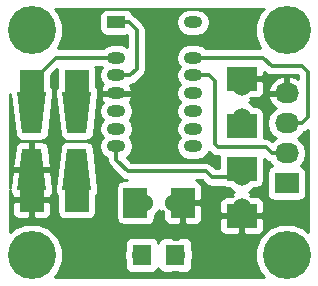
<source format=gtl>
G04 #@! TF.FileFunction,Copper,L1,Top,Signal*
%FSLAX46Y46*%
G04 Gerber Fmt 4.6, Leading zero omitted, Abs format (unit mm)*
G04 Created by KiCad (PCBNEW 4.0.6) date 10/30/18 22:54:08*
%MOMM*%
%LPD*%
G01*
G04 APERTURE LIST*
%ADD10C,0.100000*%
%ADD11R,1.540000X1.000000*%
%ADD12O,1.540000X1.000000*%
%ADD13R,2.032000X1.727200*%
%ADD14O,2.032000X1.727200*%
%ADD15R,1.998980X1.998980*%
%ADD16R,1.597660X1.800860*%
%ADD17C,1.524000*%
%ADD18C,4.064000*%
%ADD19R,2.500000X2.000000*%
%ADD20R,2.000000X2.500000*%
%ADD21C,0.304800*%
%ADD22C,0.152400*%
%ADD23C,0.254000*%
G04 APERTURE END LIST*
D10*
D11*
X139244000Y-86964000D03*
D12*
X139244000Y-89964000D03*
X139244000Y-91464000D03*
X139244000Y-92964000D03*
X139244000Y-94464000D03*
X139244000Y-95964000D03*
X139244000Y-97464000D03*
X145744000Y-97464000D03*
X145744000Y-95964000D03*
X145744000Y-94464000D03*
X145744000Y-92964000D03*
X145744000Y-91464000D03*
X145744000Y-89964000D03*
X145744000Y-86964000D03*
D13*
X153670000Y-100584000D03*
D14*
X153670000Y-98044000D03*
X153670000Y-95504000D03*
X153670000Y-92964000D03*
D10*
G36*
X130881120Y-92836940D02*
X133278880Y-92836940D01*
X132880100Y-96337060D01*
X131279900Y-96337060D01*
X130881120Y-92836940D01*
X130881120Y-92836940D01*
G37*
G36*
X133278880Y-101163060D02*
X130881120Y-101163060D01*
X131279900Y-97662940D01*
X132880100Y-97662940D01*
X133278880Y-101163060D01*
X133278880Y-101163060D01*
G37*
D15*
X132080000Y-91998740D03*
X132080000Y-102001260D03*
D10*
G36*
X134691120Y-92836940D02*
X137088880Y-92836940D01*
X136690100Y-96337060D01*
X135089900Y-96337060D01*
X134691120Y-92836940D01*
X134691120Y-92836940D01*
G37*
G36*
X137088880Y-101163060D02*
X134691120Y-101163060D01*
X135089900Y-97662940D01*
X136690100Y-97662940D01*
X137088880Y-101163060D01*
X137088880Y-101163060D01*
G37*
D15*
X135890000Y-91998740D03*
X135890000Y-102001260D03*
D16*
X141405140Y-106680000D03*
X144244860Y-106680000D03*
D17*
X144325000Y-106680000D03*
X141325000Y-106680000D03*
D18*
X153670000Y-87630000D03*
X132080000Y-87630000D03*
X132080000Y-106680000D03*
X153670000Y-106680000D03*
D19*
X149860000Y-95726000D03*
X149860000Y-91726000D03*
D17*
X149860000Y-94976000D03*
X149860000Y-92476000D03*
D19*
X149860000Y-99346000D03*
X149860000Y-103346000D03*
D17*
X149860000Y-100096000D03*
X149860000Y-102596000D03*
D20*
X140875000Y-102235000D03*
X144875000Y-102235000D03*
D17*
X141625000Y-102235000D03*
X144125000Y-102235000D03*
D21*
X139244000Y-97464000D02*
X139244000Y-98604000D01*
X147340000Y-100096000D02*
X149860000Y-100096000D01*
X146812000Y-99568000D02*
X147340000Y-100096000D01*
X140208000Y-99568000D02*
X146812000Y-99568000D01*
X139244000Y-98604000D02*
X140208000Y-99568000D01*
X149860000Y-100096000D02*
X149860000Y-99346000D01*
D22*
X149840000Y-100076000D02*
X149860000Y-100096000D01*
X149860000Y-100096000D02*
X149860000Y-99346000D01*
X139244000Y-97464000D02*
X139244000Y-97842000D01*
X149860000Y-99080000D02*
X149860000Y-98330000D01*
X132080000Y-102001260D02*
X132080000Y-99413000D01*
X135890000Y-91998740D02*
X135890000Y-94587000D01*
X135890000Y-102001260D02*
X135890000Y-99413000D01*
D21*
X153670000Y-98044000D02*
X152400000Y-98044000D01*
X147090000Y-91464000D02*
X145744000Y-91464000D01*
X147574000Y-91948000D02*
X147090000Y-91464000D01*
X147574000Y-97282000D02*
X147574000Y-91948000D01*
X147828000Y-97536000D02*
X147574000Y-97282000D01*
X151892000Y-97536000D02*
X147828000Y-97536000D01*
X152400000Y-98044000D02*
X151892000Y-97536000D01*
D22*
X153670000Y-97790000D02*
X152908000Y-97790000D01*
D21*
X145744000Y-89964000D02*
X151686000Y-89964000D01*
X154940000Y-95504000D02*
X153670000Y-95504000D01*
X155448000Y-94996000D02*
X154940000Y-95504000D01*
X155448000Y-91186000D02*
X155448000Y-94996000D01*
X154940000Y-90678000D02*
X155448000Y-91186000D01*
X152400000Y-90678000D02*
X154940000Y-90678000D01*
X151686000Y-89964000D02*
X152400000Y-90678000D01*
X139244000Y-89964000D02*
X134114740Y-89964000D01*
X134114740Y-89964000D02*
X132080000Y-91998740D01*
D22*
X132080000Y-94587000D02*
X132080000Y-91998740D01*
D21*
X139244000Y-91464000D02*
X140438000Y-91464000D01*
X140304000Y-86964000D02*
X139244000Y-86964000D01*
X140970000Y-87630000D02*
X140304000Y-86964000D01*
X140970000Y-90932000D02*
X140970000Y-87630000D01*
X140438000Y-91464000D02*
X140970000Y-90932000D01*
D22*
X139244000Y-91464000D02*
X139930000Y-91464000D01*
D23*
G36*
X151410345Y-86117293D02*
X151003464Y-87097173D01*
X151002538Y-88158172D01*
X151407709Y-89138761D01*
X151445482Y-89176600D01*
X146854226Y-89176600D01*
X146844092Y-89161434D01*
X146475872Y-88915397D01*
X146041526Y-88829000D01*
X145446474Y-88829000D01*
X145012128Y-88915397D01*
X144643908Y-89161434D01*
X144397871Y-89529654D01*
X144311474Y-89964000D01*
X144397871Y-90398346D01*
X144608784Y-90714000D01*
X144397871Y-91029654D01*
X144311474Y-91464000D01*
X144397871Y-91898346D01*
X144608784Y-92214000D01*
X144397871Y-92529654D01*
X144311474Y-92964000D01*
X144397871Y-93398346D01*
X144608784Y-93714000D01*
X144397871Y-94029654D01*
X144311474Y-94464000D01*
X144397871Y-94898346D01*
X144608784Y-95214000D01*
X144397871Y-95529654D01*
X144311474Y-95964000D01*
X144397871Y-96398346D01*
X144608784Y-96714000D01*
X144397871Y-97029654D01*
X144311474Y-97464000D01*
X144397871Y-97898346D01*
X144643908Y-98266566D01*
X145012128Y-98512603D01*
X145446474Y-98599000D01*
X146041526Y-98599000D01*
X146475872Y-98512603D01*
X146844092Y-98266566D01*
X147084788Y-97906340D01*
X147271224Y-98092776D01*
X147526675Y-98263463D01*
X147828000Y-98323400D01*
X147967137Y-98323400D01*
X147962560Y-98346000D01*
X147962560Y-99308600D01*
X147666152Y-99308600D01*
X147368776Y-99011224D01*
X147113325Y-98840537D01*
X146812000Y-98780600D01*
X140534152Y-98780600D01*
X140149884Y-98396332D01*
X140344092Y-98266566D01*
X140590129Y-97898346D01*
X140676526Y-97464000D01*
X140590129Y-97029654D01*
X140379216Y-96714000D01*
X140590129Y-96398346D01*
X140676526Y-95964000D01*
X140590129Y-95529654D01*
X140379216Y-95214000D01*
X140590129Y-94898346D01*
X140676526Y-94464000D01*
X140590129Y-94029654D01*
X140373085Y-93704825D01*
X140406368Y-93676763D01*
X140608119Y-93265874D01*
X140481954Y-93091000D01*
X139371000Y-93091000D01*
X139371000Y-93111000D01*
X139117000Y-93111000D01*
X139117000Y-93091000D01*
X138006046Y-93091000D01*
X137879881Y-93265874D01*
X138081632Y-93676763D01*
X138114915Y-93704825D01*
X137897871Y-94029654D01*
X137811474Y-94464000D01*
X137897871Y-94898346D01*
X138108784Y-95214000D01*
X137897871Y-95529654D01*
X137811474Y-95964000D01*
X137897871Y-96398346D01*
X138108784Y-96714000D01*
X137897871Y-97029654D01*
X137811474Y-97464000D01*
X137897871Y-97898346D01*
X138143908Y-98266566D01*
X138456600Y-98475500D01*
X138456600Y-98604000D01*
X138516537Y-98905325D01*
X138687224Y-99160776D01*
X139651224Y-100124776D01*
X139906675Y-100295463D01*
X140118312Y-100337560D01*
X139875000Y-100337560D01*
X139639683Y-100381838D01*
X139423559Y-100520910D01*
X139278569Y-100733110D01*
X139227560Y-100985000D01*
X139227560Y-103485000D01*
X139271838Y-103720317D01*
X139410910Y-103936441D01*
X139623110Y-104081431D01*
X139875000Y-104132440D01*
X141875000Y-104132440D01*
X142110317Y-104088162D01*
X142326441Y-103949090D01*
X142471431Y-103736890D01*
X142522440Y-103485000D01*
X142522440Y-103313060D01*
X142808629Y-103027370D01*
X142868370Y-102883497D01*
X142902603Y-102966143D01*
X143144787Y-103035608D01*
X143240000Y-102940395D01*
X143240000Y-103611310D01*
X143336673Y-103844699D01*
X143515302Y-104023327D01*
X143748691Y-104120000D01*
X144589250Y-104120000D01*
X144748000Y-103961250D01*
X144748000Y-103502191D01*
X144856143Y-103457397D01*
X144925607Y-103215215D01*
X145002000Y-103291608D01*
X145002000Y-103961250D01*
X145160750Y-104120000D01*
X146001309Y-104120000D01*
X146234698Y-104023327D01*
X146413327Y-103844699D01*
X146510000Y-103611310D01*
X146510000Y-102520750D01*
X146351250Y-102362000D01*
X145530105Y-102362000D01*
X145517392Y-102108000D01*
X146351250Y-102108000D01*
X146510000Y-101949250D01*
X146510000Y-100858690D01*
X146413327Y-100625301D01*
X146234698Y-100446673D01*
X146014346Y-100355400D01*
X146485848Y-100355400D01*
X146783224Y-100652776D01*
X147038675Y-100823463D01*
X147340000Y-100883400D01*
X148271715Y-100883400D01*
X148358110Y-100942431D01*
X148610000Y-100993440D01*
X148781940Y-100993440D01*
X149067630Y-101279629D01*
X149211503Y-101339370D01*
X149128857Y-101373603D01*
X149059392Y-101615787D01*
X149154605Y-101711000D01*
X148483690Y-101711000D01*
X148250301Y-101807673D01*
X148071673Y-101986302D01*
X147975000Y-102219691D01*
X147975000Y-103060250D01*
X148133750Y-103219000D01*
X148592809Y-103219000D01*
X148637603Y-103327143D01*
X148879785Y-103396607D01*
X148803392Y-103473000D01*
X148133750Y-103473000D01*
X147975000Y-103631750D01*
X147975000Y-104472309D01*
X148071673Y-104705698D01*
X148250301Y-104884327D01*
X148483690Y-104981000D01*
X149574250Y-104981000D01*
X149733000Y-104822250D01*
X149733000Y-104001105D01*
X149987000Y-103988392D01*
X149987000Y-104822250D01*
X150145750Y-104981000D01*
X151236310Y-104981000D01*
X151469699Y-104884327D01*
X151648327Y-104705698D01*
X151745000Y-104472309D01*
X151745000Y-103631750D01*
X151586250Y-103473000D01*
X150916608Y-103473000D01*
X150840215Y-103396607D01*
X151082397Y-103327143D01*
X151120979Y-103219000D01*
X151586250Y-103219000D01*
X151745000Y-103060250D01*
X151745000Y-102219691D01*
X151648327Y-101986302D01*
X151469699Y-101807673D01*
X151236310Y-101711000D01*
X150565395Y-101711000D01*
X150660608Y-101615787D01*
X150591143Y-101373603D01*
X150502633Y-101342026D01*
X150650303Y-101281010D01*
X150938375Y-100993440D01*
X151110000Y-100993440D01*
X151345317Y-100949162D01*
X151561441Y-100810090D01*
X151706431Y-100597890D01*
X151757440Y-100346000D01*
X151757440Y-98514992D01*
X151843224Y-98600776D01*
X152098675Y-98771463D01*
X152219696Y-98795535D01*
X152425585Y-99103670D01*
X152439913Y-99113243D01*
X152418683Y-99117238D01*
X152202559Y-99256310D01*
X152057569Y-99468510D01*
X152006560Y-99720400D01*
X152006560Y-101447600D01*
X152050838Y-101682917D01*
X152189910Y-101899041D01*
X152402110Y-102044031D01*
X152654000Y-102095040D01*
X154686000Y-102095040D01*
X154921317Y-102050762D01*
X155137441Y-101911690D01*
X155282431Y-101699490D01*
X155333440Y-101447600D01*
X155333440Y-99720400D01*
X155289162Y-99485083D01*
X155150090Y-99268959D01*
X154937890Y-99123969D01*
X154896561Y-99115600D01*
X154914415Y-99103670D01*
X155239271Y-98617489D01*
X155353345Y-98044000D01*
X155239271Y-97470511D01*
X154914415Y-96984330D01*
X154599634Y-96774000D01*
X154914415Y-96563670D01*
X155120304Y-96255535D01*
X155241325Y-96231463D01*
X155496776Y-96060776D01*
X155500000Y-96057552D01*
X155500000Y-104738193D01*
X155182707Y-104420345D01*
X154202827Y-104013464D01*
X153141828Y-104012538D01*
X152161239Y-104417709D01*
X151410345Y-105167293D01*
X151003464Y-106147173D01*
X151002538Y-107208172D01*
X151407709Y-108188761D01*
X151728388Y-108510000D01*
X134021807Y-108510000D01*
X134339655Y-108192707D01*
X134746536Y-107212827D01*
X134746759Y-106956661D01*
X139927758Y-106956661D01*
X139958870Y-107031958D01*
X139958870Y-107580430D01*
X140003148Y-107815747D01*
X140142220Y-108031871D01*
X140354420Y-108176861D01*
X140606310Y-108227870D01*
X142203970Y-108227870D01*
X142439287Y-108183592D01*
X142655411Y-108044520D01*
X142800401Y-107832320D01*
X142820971Y-107730741D01*
X142907703Y-107940129D01*
X143086332Y-108118757D01*
X143319721Y-108215430D01*
X143959110Y-108215430D01*
X144093786Y-108080754D01*
X144117302Y-108089144D01*
X144390643Y-108075463D01*
X144530610Y-108215430D01*
X145169999Y-108215430D01*
X145403388Y-108118757D01*
X145582017Y-107940129D01*
X145678690Y-107706740D01*
X145678690Y-107043134D01*
X145734144Y-106887698D01*
X145706362Y-106332632D01*
X145678690Y-106265826D01*
X145678690Y-105653260D01*
X145582017Y-105419871D01*
X145403388Y-105241243D01*
X145169999Y-105144570D01*
X144530610Y-105144570D01*
X144397560Y-105277620D01*
X144106717Y-105292177D01*
X143959110Y-105144570D01*
X143319721Y-105144570D01*
X143086332Y-105241243D01*
X142907703Y-105419871D01*
X142822454Y-105625681D01*
X142807132Y-105544253D01*
X142668060Y-105328129D01*
X142455860Y-105183139D01*
X142203970Y-105132130D01*
X140606310Y-105132130D01*
X140370993Y-105176408D01*
X140154869Y-105315480D01*
X140009879Y-105527680D01*
X139958870Y-105779570D01*
X139958870Y-106327142D01*
X139928243Y-106400900D01*
X139927758Y-106956661D01*
X134746759Y-106956661D01*
X134747462Y-106151828D01*
X134342291Y-105171239D01*
X133592707Y-104420345D01*
X132612827Y-104013464D01*
X131551828Y-104012538D01*
X130571239Y-104417709D01*
X130250000Y-104738388D01*
X130250000Y-102287010D01*
X130445510Y-102287010D01*
X130445510Y-103127059D01*
X130542183Y-103360448D01*
X130720811Y-103539077D01*
X130954200Y-103635750D01*
X131794250Y-103635750D01*
X131953000Y-103477000D01*
X131953000Y-102128260D01*
X132207000Y-102128260D01*
X132207000Y-103477000D01*
X132365750Y-103635750D01*
X133205800Y-103635750D01*
X133439189Y-103539077D01*
X133617817Y-103360448D01*
X133714490Y-103127059D01*
X133714490Y-102287010D01*
X133555740Y-102128260D01*
X132207000Y-102128260D01*
X131953000Y-102128260D01*
X130604260Y-102128260D01*
X130445510Y-102287010D01*
X130250000Y-102287010D01*
X130250000Y-101183299D01*
X130277958Y-101398377D01*
X130417030Y-101614501D01*
X130445510Y-101633961D01*
X130445510Y-101715510D01*
X130604260Y-101874260D01*
X131953000Y-101874260D01*
X131953000Y-99540000D01*
X132207000Y-99540000D01*
X132207000Y-101874260D01*
X133555740Y-101874260D01*
X133714490Y-101715510D01*
X133714490Y-101626570D01*
X133779955Y-101573063D01*
X133899991Y-101345815D01*
X133922158Y-101089769D01*
X134047842Y-101089769D01*
X134087958Y-101398377D01*
X134227030Y-101614501D01*
X134243070Y-101625461D01*
X134243070Y-103000750D01*
X134287348Y-103236067D01*
X134426420Y-103452191D01*
X134638620Y-103597181D01*
X134890510Y-103648190D01*
X136889490Y-103648190D01*
X137124807Y-103603912D01*
X137340931Y-103464840D01*
X137485921Y-103252640D01*
X137536930Y-103000750D01*
X137536930Y-101616402D01*
X137589955Y-101573063D01*
X137709991Y-101345815D01*
X137732158Y-101089769D01*
X137333378Y-97589649D01*
X137293262Y-97427623D01*
X137154190Y-97211499D01*
X136941990Y-97066509D01*
X136690100Y-97015500D01*
X135089900Y-97015500D01*
X134924374Y-97037017D01*
X134693896Y-97150730D01*
X134525817Y-97345152D01*
X134446622Y-97589649D01*
X134047842Y-101089769D01*
X133922158Y-101089769D01*
X133745588Y-99540000D01*
X132207000Y-99540000D01*
X131953000Y-99540000D01*
X130414412Y-99540000D01*
X130250000Y-100983057D01*
X130250000Y-99286000D01*
X130443351Y-99286000D01*
X131953000Y-99286000D01*
X131953000Y-97015500D01*
X132207000Y-97015500D01*
X132207000Y-99286000D01*
X133716649Y-99286000D01*
X133523378Y-97589649D01*
X133483262Y-97427623D01*
X133344190Y-97211499D01*
X133131990Y-97066509D01*
X132880100Y-97015500D01*
X132207000Y-97015500D01*
X131953000Y-97015500D01*
X131279900Y-97015500D01*
X131114374Y-97037017D01*
X130883896Y-97150730D01*
X130715817Y-97345152D01*
X130636622Y-97589649D01*
X130443351Y-99286000D01*
X130250000Y-99286000D01*
X130250000Y-93016943D01*
X130636622Y-96410351D01*
X130676738Y-96572377D01*
X130815810Y-96788501D01*
X131028010Y-96933491D01*
X131279900Y-96984500D01*
X132880100Y-96984500D01*
X133045626Y-96962983D01*
X133276104Y-96849270D01*
X133444183Y-96654848D01*
X133523378Y-96410351D01*
X133922158Y-92910231D01*
X133882042Y-92601623D01*
X133742970Y-92385499D01*
X133726930Y-92374539D01*
X133726930Y-91465362D01*
X134255773Y-90936519D01*
X134243070Y-90999250D01*
X134243070Y-92383598D01*
X134190045Y-92426937D01*
X134070009Y-92654185D01*
X134047842Y-92910231D01*
X134446622Y-96410351D01*
X134486738Y-96572377D01*
X134625810Y-96788501D01*
X134838010Y-96933491D01*
X135089900Y-96984500D01*
X136690100Y-96984500D01*
X136855626Y-96962983D01*
X137086104Y-96849270D01*
X137254183Y-96654848D01*
X137333378Y-96410351D01*
X137732158Y-92910231D01*
X137692042Y-92601623D01*
X137552970Y-92385499D01*
X137536930Y-92374539D01*
X137536930Y-90999250D01*
X137492652Y-90763933D01*
X137484587Y-90751400D01*
X138083795Y-90751400D01*
X137897871Y-91029654D01*
X137811474Y-91464000D01*
X137897871Y-91898346D01*
X138114915Y-92223175D01*
X138081632Y-92251237D01*
X137879881Y-92662126D01*
X138006046Y-92837000D01*
X139117000Y-92837000D01*
X139117000Y-92817000D01*
X139371000Y-92817000D01*
X139371000Y-92837000D01*
X140481954Y-92837000D01*
X140608119Y-92662126D01*
X140406448Y-92251400D01*
X140438000Y-92251400D01*
X140739325Y-92191463D01*
X140994776Y-92020776D01*
X141526776Y-91488776D01*
X141697463Y-91233325D01*
X141757400Y-90932000D01*
X141757400Y-87630000D01*
X141697463Y-87328675D01*
X141526776Y-87073224D01*
X141417552Y-86964000D01*
X144311474Y-86964000D01*
X144397871Y-87398346D01*
X144643908Y-87766566D01*
X145012128Y-88012603D01*
X145446474Y-88099000D01*
X146041526Y-88099000D01*
X146475872Y-88012603D01*
X146844092Y-87766566D01*
X147090129Y-87398346D01*
X147176526Y-86964000D01*
X147090129Y-86529654D01*
X146844092Y-86161434D01*
X146475872Y-85915397D01*
X146041526Y-85829000D01*
X145446474Y-85829000D01*
X145012128Y-85915397D01*
X144643908Y-86161434D01*
X144397871Y-86529654D01*
X144311474Y-86964000D01*
X141417552Y-86964000D01*
X140860776Y-86407224D01*
X140620555Y-86246713D01*
X140617162Y-86228683D01*
X140478090Y-86012559D01*
X140265890Y-85867569D01*
X140014000Y-85816560D01*
X138474000Y-85816560D01*
X138238683Y-85860838D01*
X138022559Y-85999910D01*
X137877569Y-86212110D01*
X137826560Y-86464000D01*
X137826560Y-87464000D01*
X137870838Y-87699317D01*
X138009910Y-87915441D01*
X138222110Y-88060431D01*
X138474000Y-88111440D01*
X140014000Y-88111440D01*
X140182600Y-88079716D01*
X140182600Y-89053528D01*
X139975872Y-88915397D01*
X139541526Y-88829000D01*
X138946474Y-88829000D01*
X138512128Y-88915397D01*
X138143908Y-89161434D01*
X138133774Y-89176600D01*
X134305703Y-89176600D01*
X134339655Y-89142707D01*
X134746536Y-88162827D01*
X134747462Y-87101828D01*
X134342291Y-86121239D01*
X134021612Y-85800000D01*
X151728193Y-85800000D01*
X151410345Y-86117293D01*
X151410345Y-86117293D01*
G37*
X151410345Y-86117293D02*
X151003464Y-87097173D01*
X151002538Y-88158172D01*
X151407709Y-89138761D01*
X151445482Y-89176600D01*
X146854226Y-89176600D01*
X146844092Y-89161434D01*
X146475872Y-88915397D01*
X146041526Y-88829000D01*
X145446474Y-88829000D01*
X145012128Y-88915397D01*
X144643908Y-89161434D01*
X144397871Y-89529654D01*
X144311474Y-89964000D01*
X144397871Y-90398346D01*
X144608784Y-90714000D01*
X144397871Y-91029654D01*
X144311474Y-91464000D01*
X144397871Y-91898346D01*
X144608784Y-92214000D01*
X144397871Y-92529654D01*
X144311474Y-92964000D01*
X144397871Y-93398346D01*
X144608784Y-93714000D01*
X144397871Y-94029654D01*
X144311474Y-94464000D01*
X144397871Y-94898346D01*
X144608784Y-95214000D01*
X144397871Y-95529654D01*
X144311474Y-95964000D01*
X144397871Y-96398346D01*
X144608784Y-96714000D01*
X144397871Y-97029654D01*
X144311474Y-97464000D01*
X144397871Y-97898346D01*
X144643908Y-98266566D01*
X145012128Y-98512603D01*
X145446474Y-98599000D01*
X146041526Y-98599000D01*
X146475872Y-98512603D01*
X146844092Y-98266566D01*
X147084788Y-97906340D01*
X147271224Y-98092776D01*
X147526675Y-98263463D01*
X147828000Y-98323400D01*
X147967137Y-98323400D01*
X147962560Y-98346000D01*
X147962560Y-99308600D01*
X147666152Y-99308600D01*
X147368776Y-99011224D01*
X147113325Y-98840537D01*
X146812000Y-98780600D01*
X140534152Y-98780600D01*
X140149884Y-98396332D01*
X140344092Y-98266566D01*
X140590129Y-97898346D01*
X140676526Y-97464000D01*
X140590129Y-97029654D01*
X140379216Y-96714000D01*
X140590129Y-96398346D01*
X140676526Y-95964000D01*
X140590129Y-95529654D01*
X140379216Y-95214000D01*
X140590129Y-94898346D01*
X140676526Y-94464000D01*
X140590129Y-94029654D01*
X140373085Y-93704825D01*
X140406368Y-93676763D01*
X140608119Y-93265874D01*
X140481954Y-93091000D01*
X139371000Y-93091000D01*
X139371000Y-93111000D01*
X139117000Y-93111000D01*
X139117000Y-93091000D01*
X138006046Y-93091000D01*
X137879881Y-93265874D01*
X138081632Y-93676763D01*
X138114915Y-93704825D01*
X137897871Y-94029654D01*
X137811474Y-94464000D01*
X137897871Y-94898346D01*
X138108784Y-95214000D01*
X137897871Y-95529654D01*
X137811474Y-95964000D01*
X137897871Y-96398346D01*
X138108784Y-96714000D01*
X137897871Y-97029654D01*
X137811474Y-97464000D01*
X137897871Y-97898346D01*
X138143908Y-98266566D01*
X138456600Y-98475500D01*
X138456600Y-98604000D01*
X138516537Y-98905325D01*
X138687224Y-99160776D01*
X139651224Y-100124776D01*
X139906675Y-100295463D01*
X140118312Y-100337560D01*
X139875000Y-100337560D01*
X139639683Y-100381838D01*
X139423559Y-100520910D01*
X139278569Y-100733110D01*
X139227560Y-100985000D01*
X139227560Y-103485000D01*
X139271838Y-103720317D01*
X139410910Y-103936441D01*
X139623110Y-104081431D01*
X139875000Y-104132440D01*
X141875000Y-104132440D01*
X142110317Y-104088162D01*
X142326441Y-103949090D01*
X142471431Y-103736890D01*
X142522440Y-103485000D01*
X142522440Y-103313060D01*
X142808629Y-103027370D01*
X142868370Y-102883497D01*
X142902603Y-102966143D01*
X143144787Y-103035608D01*
X143240000Y-102940395D01*
X143240000Y-103611310D01*
X143336673Y-103844699D01*
X143515302Y-104023327D01*
X143748691Y-104120000D01*
X144589250Y-104120000D01*
X144748000Y-103961250D01*
X144748000Y-103502191D01*
X144856143Y-103457397D01*
X144925607Y-103215215D01*
X145002000Y-103291608D01*
X145002000Y-103961250D01*
X145160750Y-104120000D01*
X146001309Y-104120000D01*
X146234698Y-104023327D01*
X146413327Y-103844699D01*
X146510000Y-103611310D01*
X146510000Y-102520750D01*
X146351250Y-102362000D01*
X145530105Y-102362000D01*
X145517392Y-102108000D01*
X146351250Y-102108000D01*
X146510000Y-101949250D01*
X146510000Y-100858690D01*
X146413327Y-100625301D01*
X146234698Y-100446673D01*
X146014346Y-100355400D01*
X146485848Y-100355400D01*
X146783224Y-100652776D01*
X147038675Y-100823463D01*
X147340000Y-100883400D01*
X148271715Y-100883400D01*
X148358110Y-100942431D01*
X148610000Y-100993440D01*
X148781940Y-100993440D01*
X149067630Y-101279629D01*
X149211503Y-101339370D01*
X149128857Y-101373603D01*
X149059392Y-101615787D01*
X149154605Y-101711000D01*
X148483690Y-101711000D01*
X148250301Y-101807673D01*
X148071673Y-101986302D01*
X147975000Y-102219691D01*
X147975000Y-103060250D01*
X148133750Y-103219000D01*
X148592809Y-103219000D01*
X148637603Y-103327143D01*
X148879785Y-103396607D01*
X148803392Y-103473000D01*
X148133750Y-103473000D01*
X147975000Y-103631750D01*
X147975000Y-104472309D01*
X148071673Y-104705698D01*
X148250301Y-104884327D01*
X148483690Y-104981000D01*
X149574250Y-104981000D01*
X149733000Y-104822250D01*
X149733000Y-104001105D01*
X149987000Y-103988392D01*
X149987000Y-104822250D01*
X150145750Y-104981000D01*
X151236310Y-104981000D01*
X151469699Y-104884327D01*
X151648327Y-104705698D01*
X151745000Y-104472309D01*
X151745000Y-103631750D01*
X151586250Y-103473000D01*
X150916608Y-103473000D01*
X150840215Y-103396607D01*
X151082397Y-103327143D01*
X151120979Y-103219000D01*
X151586250Y-103219000D01*
X151745000Y-103060250D01*
X151745000Y-102219691D01*
X151648327Y-101986302D01*
X151469699Y-101807673D01*
X151236310Y-101711000D01*
X150565395Y-101711000D01*
X150660608Y-101615787D01*
X150591143Y-101373603D01*
X150502633Y-101342026D01*
X150650303Y-101281010D01*
X150938375Y-100993440D01*
X151110000Y-100993440D01*
X151345317Y-100949162D01*
X151561441Y-100810090D01*
X151706431Y-100597890D01*
X151757440Y-100346000D01*
X151757440Y-98514992D01*
X151843224Y-98600776D01*
X152098675Y-98771463D01*
X152219696Y-98795535D01*
X152425585Y-99103670D01*
X152439913Y-99113243D01*
X152418683Y-99117238D01*
X152202559Y-99256310D01*
X152057569Y-99468510D01*
X152006560Y-99720400D01*
X152006560Y-101447600D01*
X152050838Y-101682917D01*
X152189910Y-101899041D01*
X152402110Y-102044031D01*
X152654000Y-102095040D01*
X154686000Y-102095040D01*
X154921317Y-102050762D01*
X155137441Y-101911690D01*
X155282431Y-101699490D01*
X155333440Y-101447600D01*
X155333440Y-99720400D01*
X155289162Y-99485083D01*
X155150090Y-99268959D01*
X154937890Y-99123969D01*
X154896561Y-99115600D01*
X154914415Y-99103670D01*
X155239271Y-98617489D01*
X155353345Y-98044000D01*
X155239271Y-97470511D01*
X154914415Y-96984330D01*
X154599634Y-96774000D01*
X154914415Y-96563670D01*
X155120304Y-96255535D01*
X155241325Y-96231463D01*
X155496776Y-96060776D01*
X155500000Y-96057552D01*
X155500000Y-104738193D01*
X155182707Y-104420345D01*
X154202827Y-104013464D01*
X153141828Y-104012538D01*
X152161239Y-104417709D01*
X151410345Y-105167293D01*
X151003464Y-106147173D01*
X151002538Y-107208172D01*
X151407709Y-108188761D01*
X151728388Y-108510000D01*
X134021807Y-108510000D01*
X134339655Y-108192707D01*
X134746536Y-107212827D01*
X134746759Y-106956661D01*
X139927758Y-106956661D01*
X139958870Y-107031958D01*
X139958870Y-107580430D01*
X140003148Y-107815747D01*
X140142220Y-108031871D01*
X140354420Y-108176861D01*
X140606310Y-108227870D01*
X142203970Y-108227870D01*
X142439287Y-108183592D01*
X142655411Y-108044520D01*
X142800401Y-107832320D01*
X142820971Y-107730741D01*
X142907703Y-107940129D01*
X143086332Y-108118757D01*
X143319721Y-108215430D01*
X143959110Y-108215430D01*
X144093786Y-108080754D01*
X144117302Y-108089144D01*
X144390643Y-108075463D01*
X144530610Y-108215430D01*
X145169999Y-108215430D01*
X145403388Y-108118757D01*
X145582017Y-107940129D01*
X145678690Y-107706740D01*
X145678690Y-107043134D01*
X145734144Y-106887698D01*
X145706362Y-106332632D01*
X145678690Y-106265826D01*
X145678690Y-105653260D01*
X145582017Y-105419871D01*
X145403388Y-105241243D01*
X145169999Y-105144570D01*
X144530610Y-105144570D01*
X144397560Y-105277620D01*
X144106717Y-105292177D01*
X143959110Y-105144570D01*
X143319721Y-105144570D01*
X143086332Y-105241243D01*
X142907703Y-105419871D01*
X142822454Y-105625681D01*
X142807132Y-105544253D01*
X142668060Y-105328129D01*
X142455860Y-105183139D01*
X142203970Y-105132130D01*
X140606310Y-105132130D01*
X140370993Y-105176408D01*
X140154869Y-105315480D01*
X140009879Y-105527680D01*
X139958870Y-105779570D01*
X139958870Y-106327142D01*
X139928243Y-106400900D01*
X139927758Y-106956661D01*
X134746759Y-106956661D01*
X134747462Y-106151828D01*
X134342291Y-105171239D01*
X133592707Y-104420345D01*
X132612827Y-104013464D01*
X131551828Y-104012538D01*
X130571239Y-104417709D01*
X130250000Y-104738388D01*
X130250000Y-102287010D01*
X130445510Y-102287010D01*
X130445510Y-103127059D01*
X130542183Y-103360448D01*
X130720811Y-103539077D01*
X130954200Y-103635750D01*
X131794250Y-103635750D01*
X131953000Y-103477000D01*
X131953000Y-102128260D01*
X132207000Y-102128260D01*
X132207000Y-103477000D01*
X132365750Y-103635750D01*
X133205800Y-103635750D01*
X133439189Y-103539077D01*
X133617817Y-103360448D01*
X133714490Y-103127059D01*
X133714490Y-102287010D01*
X133555740Y-102128260D01*
X132207000Y-102128260D01*
X131953000Y-102128260D01*
X130604260Y-102128260D01*
X130445510Y-102287010D01*
X130250000Y-102287010D01*
X130250000Y-101183299D01*
X130277958Y-101398377D01*
X130417030Y-101614501D01*
X130445510Y-101633961D01*
X130445510Y-101715510D01*
X130604260Y-101874260D01*
X131953000Y-101874260D01*
X131953000Y-99540000D01*
X132207000Y-99540000D01*
X132207000Y-101874260D01*
X133555740Y-101874260D01*
X133714490Y-101715510D01*
X133714490Y-101626570D01*
X133779955Y-101573063D01*
X133899991Y-101345815D01*
X133922158Y-101089769D01*
X134047842Y-101089769D01*
X134087958Y-101398377D01*
X134227030Y-101614501D01*
X134243070Y-101625461D01*
X134243070Y-103000750D01*
X134287348Y-103236067D01*
X134426420Y-103452191D01*
X134638620Y-103597181D01*
X134890510Y-103648190D01*
X136889490Y-103648190D01*
X137124807Y-103603912D01*
X137340931Y-103464840D01*
X137485921Y-103252640D01*
X137536930Y-103000750D01*
X137536930Y-101616402D01*
X137589955Y-101573063D01*
X137709991Y-101345815D01*
X137732158Y-101089769D01*
X137333378Y-97589649D01*
X137293262Y-97427623D01*
X137154190Y-97211499D01*
X136941990Y-97066509D01*
X136690100Y-97015500D01*
X135089900Y-97015500D01*
X134924374Y-97037017D01*
X134693896Y-97150730D01*
X134525817Y-97345152D01*
X134446622Y-97589649D01*
X134047842Y-101089769D01*
X133922158Y-101089769D01*
X133745588Y-99540000D01*
X132207000Y-99540000D01*
X131953000Y-99540000D01*
X130414412Y-99540000D01*
X130250000Y-100983057D01*
X130250000Y-99286000D01*
X130443351Y-99286000D01*
X131953000Y-99286000D01*
X131953000Y-97015500D01*
X132207000Y-97015500D01*
X132207000Y-99286000D01*
X133716649Y-99286000D01*
X133523378Y-97589649D01*
X133483262Y-97427623D01*
X133344190Y-97211499D01*
X133131990Y-97066509D01*
X132880100Y-97015500D01*
X132207000Y-97015500D01*
X131953000Y-97015500D01*
X131279900Y-97015500D01*
X131114374Y-97037017D01*
X130883896Y-97150730D01*
X130715817Y-97345152D01*
X130636622Y-97589649D01*
X130443351Y-99286000D01*
X130250000Y-99286000D01*
X130250000Y-93016943D01*
X130636622Y-96410351D01*
X130676738Y-96572377D01*
X130815810Y-96788501D01*
X131028010Y-96933491D01*
X131279900Y-96984500D01*
X132880100Y-96984500D01*
X133045626Y-96962983D01*
X133276104Y-96849270D01*
X133444183Y-96654848D01*
X133523378Y-96410351D01*
X133922158Y-92910231D01*
X133882042Y-92601623D01*
X133742970Y-92385499D01*
X133726930Y-92374539D01*
X133726930Y-91465362D01*
X134255773Y-90936519D01*
X134243070Y-90999250D01*
X134243070Y-92383598D01*
X134190045Y-92426937D01*
X134070009Y-92654185D01*
X134047842Y-92910231D01*
X134446622Y-96410351D01*
X134486738Y-96572377D01*
X134625810Y-96788501D01*
X134838010Y-96933491D01*
X135089900Y-96984500D01*
X136690100Y-96984500D01*
X136855626Y-96962983D01*
X137086104Y-96849270D01*
X137254183Y-96654848D01*
X137333378Y-96410351D01*
X137732158Y-92910231D01*
X137692042Y-92601623D01*
X137552970Y-92385499D01*
X137536930Y-92374539D01*
X137536930Y-90999250D01*
X137492652Y-90763933D01*
X137484587Y-90751400D01*
X138083795Y-90751400D01*
X137897871Y-91029654D01*
X137811474Y-91464000D01*
X137897871Y-91898346D01*
X138114915Y-92223175D01*
X138081632Y-92251237D01*
X137879881Y-92662126D01*
X138006046Y-92837000D01*
X139117000Y-92837000D01*
X139117000Y-92817000D01*
X139371000Y-92817000D01*
X139371000Y-92837000D01*
X140481954Y-92837000D01*
X140608119Y-92662126D01*
X140406448Y-92251400D01*
X140438000Y-92251400D01*
X140739325Y-92191463D01*
X140994776Y-92020776D01*
X141526776Y-91488776D01*
X141697463Y-91233325D01*
X141757400Y-90932000D01*
X141757400Y-87630000D01*
X141697463Y-87328675D01*
X141526776Y-87073224D01*
X141417552Y-86964000D01*
X144311474Y-86964000D01*
X144397871Y-87398346D01*
X144643908Y-87766566D01*
X145012128Y-88012603D01*
X145446474Y-88099000D01*
X146041526Y-88099000D01*
X146475872Y-88012603D01*
X146844092Y-87766566D01*
X147090129Y-87398346D01*
X147176526Y-86964000D01*
X147090129Y-86529654D01*
X146844092Y-86161434D01*
X146475872Y-85915397D01*
X146041526Y-85829000D01*
X145446474Y-85829000D01*
X145012128Y-85915397D01*
X144643908Y-86161434D01*
X144397871Y-86529654D01*
X144311474Y-86964000D01*
X141417552Y-86964000D01*
X140860776Y-86407224D01*
X140620555Y-86246713D01*
X140617162Y-86228683D01*
X140478090Y-86012559D01*
X140265890Y-85867569D01*
X140014000Y-85816560D01*
X138474000Y-85816560D01*
X138238683Y-85860838D01*
X138022559Y-85999910D01*
X137877569Y-86212110D01*
X137826560Y-86464000D01*
X137826560Y-87464000D01*
X137870838Y-87699317D01*
X138009910Y-87915441D01*
X138222110Y-88060431D01*
X138474000Y-88111440D01*
X140014000Y-88111440D01*
X140182600Y-88079716D01*
X140182600Y-89053528D01*
X139975872Y-88915397D01*
X139541526Y-88829000D01*
X138946474Y-88829000D01*
X138512128Y-88915397D01*
X138143908Y-89161434D01*
X138133774Y-89176600D01*
X134305703Y-89176600D01*
X134339655Y-89142707D01*
X134746536Y-88162827D01*
X134747462Y-87101828D01*
X134342291Y-86121239D01*
X134021612Y-85800000D01*
X151728193Y-85800000D01*
X151410345Y-86117293D01*
G36*
X144371860Y-106518970D02*
X144371860Y-106553000D01*
X144391860Y-106553000D01*
X144391860Y-106807000D01*
X144371860Y-106807000D01*
X144371860Y-106841030D01*
X144339143Y-106873748D01*
X144325000Y-106859605D01*
X144310858Y-106873748D01*
X144131253Y-106694143D01*
X144145395Y-106680000D01*
X144131253Y-106665858D01*
X144310858Y-106486253D01*
X144325000Y-106500395D01*
X144339143Y-106486253D01*
X144371860Y-106518970D01*
X144371860Y-106518970D01*
G37*
X144371860Y-106518970D02*
X144371860Y-106553000D01*
X144391860Y-106553000D01*
X144391860Y-106807000D01*
X144371860Y-106807000D01*
X144371860Y-106841030D01*
X144339143Y-106873748D01*
X144325000Y-106859605D01*
X144310858Y-106873748D01*
X144131253Y-106694143D01*
X144145395Y-106680000D01*
X144131253Y-106665858D01*
X144310858Y-106486253D01*
X144325000Y-106500395D01*
X144339143Y-106486253D01*
X144371860Y-106518970D01*
G36*
X151843224Y-91234776D02*
X152098675Y-91405463D01*
X152400000Y-91465400D01*
X154613848Y-91465400D01*
X154660600Y-91512152D01*
X154660600Y-91740199D01*
X154584320Y-91672046D01*
X154031913Y-91478816D01*
X153797000Y-91623076D01*
X153797000Y-92837000D01*
X153817000Y-92837000D01*
X153817000Y-93091000D01*
X153797000Y-93091000D01*
X153797000Y-93111000D01*
X153543000Y-93111000D01*
X153543000Y-93091000D01*
X152183783Y-93091000D01*
X152062642Y-93323026D01*
X152065291Y-93338791D01*
X152319268Y-93866036D01*
X152735069Y-94237539D01*
X152425585Y-94444330D01*
X152100729Y-94930511D01*
X151986655Y-95504000D01*
X152100729Y-96077489D01*
X152425585Y-96563670D01*
X152740366Y-96774000D01*
X152441001Y-96974029D01*
X152193325Y-96808537D01*
X151892000Y-96748600D01*
X151752863Y-96748600D01*
X151757440Y-96726000D01*
X151757440Y-94726000D01*
X151713162Y-94490683D01*
X151574090Y-94274559D01*
X151361890Y-94129569D01*
X151110000Y-94078560D01*
X150938060Y-94078560D01*
X150652370Y-93792371D01*
X150508497Y-93732630D01*
X150591143Y-93698397D01*
X150660608Y-93456213D01*
X150565395Y-93361000D01*
X151236310Y-93361000D01*
X151469699Y-93264327D01*
X151648327Y-93085698D01*
X151745000Y-92852309D01*
X151745000Y-92604974D01*
X152062642Y-92604974D01*
X152183783Y-92837000D01*
X153543000Y-92837000D01*
X153543000Y-91623076D01*
X153308087Y-91478816D01*
X152755680Y-91672046D01*
X152319268Y-92061964D01*
X152065291Y-92589209D01*
X152062642Y-92604974D01*
X151745000Y-92604974D01*
X151745000Y-92011750D01*
X151586250Y-91853000D01*
X151127191Y-91853000D01*
X151082397Y-91744857D01*
X150840215Y-91675393D01*
X150916608Y-91599000D01*
X151586250Y-91599000D01*
X151745000Y-91440250D01*
X151745000Y-91136552D01*
X151843224Y-91234776D01*
X151843224Y-91234776D01*
G37*
X151843224Y-91234776D02*
X152098675Y-91405463D01*
X152400000Y-91465400D01*
X154613848Y-91465400D01*
X154660600Y-91512152D01*
X154660600Y-91740199D01*
X154584320Y-91672046D01*
X154031913Y-91478816D01*
X153797000Y-91623076D01*
X153797000Y-92837000D01*
X153817000Y-92837000D01*
X153817000Y-93091000D01*
X153797000Y-93091000D01*
X153797000Y-93111000D01*
X153543000Y-93111000D01*
X153543000Y-93091000D01*
X152183783Y-93091000D01*
X152062642Y-93323026D01*
X152065291Y-93338791D01*
X152319268Y-93866036D01*
X152735069Y-94237539D01*
X152425585Y-94444330D01*
X152100729Y-94930511D01*
X151986655Y-95504000D01*
X152100729Y-96077489D01*
X152425585Y-96563670D01*
X152740366Y-96774000D01*
X152441001Y-96974029D01*
X152193325Y-96808537D01*
X151892000Y-96748600D01*
X151752863Y-96748600D01*
X151757440Y-96726000D01*
X151757440Y-94726000D01*
X151713162Y-94490683D01*
X151574090Y-94274559D01*
X151361890Y-94129569D01*
X151110000Y-94078560D01*
X150938060Y-94078560D01*
X150652370Y-93792371D01*
X150508497Y-93732630D01*
X150591143Y-93698397D01*
X150660608Y-93456213D01*
X150565395Y-93361000D01*
X151236310Y-93361000D01*
X151469699Y-93264327D01*
X151648327Y-93085698D01*
X151745000Y-92852309D01*
X151745000Y-92604974D01*
X152062642Y-92604974D01*
X152183783Y-92837000D01*
X153543000Y-92837000D01*
X153543000Y-91623076D01*
X153308087Y-91478816D01*
X152755680Y-91672046D01*
X152319268Y-92061964D01*
X152065291Y-92589209D01*
X152062642Y-92604974D01*
X151745000Y-92604974D01*
X151745000Y-92011750D01*
X151586250Y-91853000D01*
X151127191Y-91853000D01*
X151082397Y-91744857D01*
X150840215Y-91675393D01*
X150916608Y-91599000D01*
X151586250Y-91599000D01*
X151745000Y-91440250D01*
X151745000Y-91136552D01*
X151843224Y-91234776D01*
M02*

</source>
